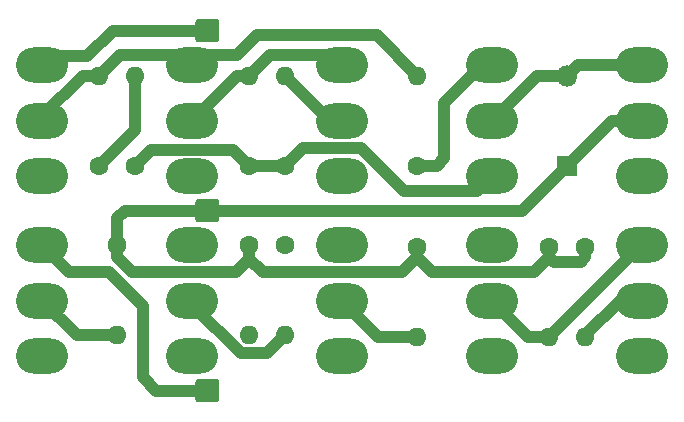
<source format=gbr>
%TF.GenerationSoftware,KiCad,Pcbnew,(5.1.7-0-10_14)*%
%TF.CreationDate,2021-01-17T02:16:49+01:00*%
%TF.ProjectId,CP-PP-miniEVsimulator,43502d50-502d-46d6-996e-69455673696d,rev?*%
%TF.SameCoordinates,Original*%
%TF.FileFunction,Copper,L2,Bot*%
%TF.FilePolarity,Positive*%
%FSLAX46Y46*%
G04 Gerber Fmt 4.6, Leading zero omitted, Abs format (unit mm)*
G04 Created by KiCad (PCBNEW (5.1.7-0-10_14)) date 2021-01-17 02:16:49*
%MOMM*%
%LPD*%
G01*
G04 APERTURE LIST*
%TA.AperFunction,ComponentPad*%
%ADD10O,4.400000X3.000000*%
%TD*%
%TA.AperFunction,ComponentPad*%
%ADD11O,1.600000X1.600000*%
%TD*%
%TA.AperFunction,ComponentPad*%
%ADD12C,1.600000*%
%TD*%
%TA.AperFunction,ComponentPad*%
%ADD13R,1.800000X1.800000*%
%TD*%
%TA.AperFunction,ComponentPad*%
%ADD14O,1.800000X1.800000*%
%TD*%
%TA.AperFunction,Conductor*%
%ADD15C,1.000000*%
%TD*%
G04 APERTURE END LIST*
D10*
%TO.P,S10,2*%
%TO.N,Net-(R9-Pad2)*%
X152400000Y-142620000D03*
%TO.P,S10,1*%
%TO.N,Net-(R10-Pad2)*%
X152400000Y-147320000D03*
%TO.P,S10,3*%
%TO.N,Net-(S10-Pad3)*%
X152400000Y-152020000D03*
%TD*%
%TO.P,S9,2*%
%TO.N,Net-(R8-Pad2)*%
X139700000Y-142620000D03*
%TO.P,S9,1*%
%TO.N,Net-(R9-Pad2)*%
X139700000Y-147320000D03*
%TO.P,S9,3*%
%TO.N,Net-(S9-Pad3)*%
X139700000Y-152020000D03*
%TD*%
%TO.P,S8,2*%
%TO.N,Net-(R7-Pad2)*%
X127000000Y-142620000D03*
%TO.P,S8,1*%
%TO.N,Net-(R8-Pad2)*%
X127000000Y-147320000D03*
%TO.P,S8,3*%
%TO.N,Net-(S8-Pad3)*%
X127000000Y-152020000D03*
%TD*%
%TO.P,S7,2*%
%TO.N,Net-(R6-Pad2)*%
X114300000Y-142620000D03*
%TO.P,S7,1*%
%TO.N,Net-(R7-Pad2)*%
X114300000Y-147320000D03*
%TO.P,S7,3*%
%TO.N,Net-(S7-Pad3)*%
X114300000Y-152020000D03*
%TD*%
%TO.P,S6,2*%
%TO.N,/PP*%
X101600000Y-142620000D03*
%TO.P,S6,1*%
%TO.N,Net-(R6-Pad2)*%
X101600000Y-147320000D03*
%TO.P,S6,3*%
%TO.N,Net-(S6-Pad3)*%
X101600000Y-152020000D03*
%TD*%
D11*
%TO.P,R10,2*%
%TO.N,Net-(R10-Pad2)*%
X147574000Y-150368000D03*
D12*
%TO.P,R10,1*%
%TO.N,/PE*%
X147574000Y-142748000D03*
%TD*%
D11*
%TO.P,R9,2*%
%TO.N,Net-(R9-Pad2)*%
X144526000Y-150368000D03*
D12*
%TO.P,R9,1*%
%TO.N,/PE*%
X144526000Y-142748000D03*
%TD*%
D11*
%TO.P,R8,2*%
%TO.N,Net-(R8-Pad2)*%
X133350000Y-150368000D03*
D12*
%TO.P,R8,1*%
%TO.N,/PE*%
X133350000Y-142748000D03*
%TD*%
D11*
%TO.P,Ra7,2*%
%TO.N,Net-(R7-Pad1)*%
X119126000Y-150241000D03*
D12*
%TO.P,Ra7,1*%
%TO.N,/PE*%
X119126000Y-142621000D03*
%TD*%
D11*
%TO.P,R7,2*%
%TO.N,Net-(R7-Pad2)*%
X122174000Y-150241000D03*
D12*
%TO.P,R7,1*%
%TO.N,Net-(R7-Pad1)*%
X122174000Y-142621000D03*
%TD*%
D11*
%TO.P,R6,2*%
%TO.N,Net-(R6-Pad2)*%
X107950000Y-150241000D03*
D12*
%TO.P,R6,1*%
%TO.N,/PE*%
X107950000Y-142621000D03*
%TD*%
%TO.P,J3,1*%
%TO.N,/PP*%
%TA.AperFunction,ComponentPad*%
G36*
G01*
X116320000Y-155940000D02*
X114820000Y-155940000D01*
G75*
G02*
X114570000Y-155690000I0J250000D01*
G01*
X114570000Y-154190000D01*
G75*
G02*
X114820000Y-153940000I250000J0D01*
G01*
X116320000Y-153940000D01*
G75*
G02*
X116570000Y-154190000I0J-250000D01*
G01*
X116570000Y-155690000D01*
G75*
G02*
X116320000Y-155940000I-250000J0D01*
G01*
G37*
%TD.AperFunction*%
%TD*%
%TO.P,J1,1*%
%TO.N,/CP*%
%TA.AperFunction,ComponentPad*%
G36*
G01*
X116320000Y-125460000D02*
X114820000Y-125460000D01*
G75*
G02*
X114570000Y-125210000I0J250000D01*
G01*
X114570000Y-123710000D01*
G75*
G02*
X114820000Y-123460000I250000J0D01*
G01*
X116320000Y-123460000D01*
G75*
G02*
X116570000Y-123710000I0J-250000D01*
G01*
X116570000Y-125210000D01*
G75*
G02*
X116320000Y-125460000I-250000J0D01*
G01*
G37*
%TD.AperFunction*%
%TD*%
D13*
%TO.P,D5,1*%
%TO.N,/PE*%
X146050000Y-135890000D03*
D14*
%TO.P,D5,2*%
%TO.N,Net-(D5-Pad2)*%
X146050000Y-128270000D03*
%TD*%
D12*
%TO.P,R1,1*%
%TO.N,Net-(R1-Pad1)*%
X133350000Y-135890000D03*
D11*
%TO.P,R1,2*%
%TO.N,Net-(R1-Pad2)*%
X133350000Y-128270000D03*
%TD*%
D12*
%TO.P,R2,1*%
%TO.N,Net-(R2-Pad1)*%
X106426000Y-135890000D03*
D11*
%TO.P,R2,2*%
%TO.N,Net-(R1-Pad2)*%
X106426000Y-128270000D03*
%TD*%
D12*
%TO.P,Ra2,1*%
%TO.N,Net-(R3-Pad1)*%
X109410500Y-135890000D03*
D11*
%TO.P,Ra2,2*%
%TO.N,Net-(R2-Pad1)*%
X109410500Y-128270000D03*
%TD*%
D12*
%TO.P,R3,1*%
%TO.N,Net-(R3-Pad1)*%
X119126000Y-135890000D03*
D11*
%TO.P,R3,2*%
%TO.N,Net-(R3-Pad2)*%
X119126000Y-128270000D03*
%TD*%
D12*
%TO.P,R4,1*%
%TO.N,Net-(R3-Pad1)*%
X122174000Y-135890000D03*
D11*
%TO.P,R4,2*%
%TO.N,Net-(R4-Pad2)*%
X122174000Y-128270000D03*
%TD*%
%TO.P,J2,1*%
%TO.N,/PE*%
%TA.AperFunction,ComponentPad*%
G36*
G01*
X116320000Y-140700000D02*
X114820000Y-140700000D01*
G75*
G02*
X114570000Y-140450000I0J250000D01*
G01*
X114570000Y-138950000D01*
G75*
G02*
X114820000Y-138700000I250000J0D01*
G01*
X116320000Y-138700000D01*
G75*
G02*
X116570000Y-138950000I0J-250000D01*
G01*
X116570000Y-140450000D01*
G75*
G02*
X116320000Y-140700000I-250000J0D01*
G01*
G37*
%TD.AperFunction*%
%TD*%
D10*
%TO.P,S2,3*%
%TO.N,Net-(S2-Pad3)*%
X114300000Y-136780000D03*
%TO.P,S2,1*%
%TO.N,Net-(R3-Pad2)*%
X114300000Y-132080000D03*
%TO.P,S2,2*%
%TO.N,Net-(R1-Pad2)*%
X114300000Y-127380000D03*
%TD*%
%TO.P,S3,3*%
%TO.N,Net-(S3-Pad3)*%
X127000000Y-136780000D03*
%TO.P,S3,1*%
%TO.N,Net-(R4-Pad2)*%
X127000000Y-132080000D03*
%TO.P,S3,2*%
%TO.N,Net-(R3-Pad2)*%
X127000000Y-127380000D03*
%TD*%
%TO.P,S4,3*%
%TO.N,Net-(R3-Pad1)*%
X139700000Y-136780000D03*
%TO.P,S4,1*%
%TO.N,Net-(D5-Pad2)*%
X139700000Y-132080000D03*
%TO.P,S4,2*%
%TO.N,Net-(R1-Pad1)*%
X139700000Y-127380000D03*
%TD*%
%TO.P,S5,3*%
%TO.N,Net-(S5-Pad3)*%
X152400000Y-136780000D03*
%TO.P,S5,1*%
%TO.N,/PE*%
X152400000Y-132080000D03*
%TO.P,S5,2*%
%TO.N,Net-(D5-Pad2)*%
X152400000Y-127380000D03*
%TD*%
%TO.P,S1,3*%
%TO.N,Net-(S1-Pad3)*%
X101600000Y-136780000D03*
%TO.P,S1,1*%
%TO.N,Net-(R1-Pad2)*%
X101600000Y-132080000D03*
%TO.P,S1,2*%
%TO.N,/CP*%
X101600000Y-127380000D03*
%TD*%
D15*
%TO.N,/PE*%
X149860000Y-132080000D02*
X152400000Y-132080000D01*
X146050000Y-135890000D02*
X149860000Y-132080000D01*
X133350000Y-142621000D02*
X133350000Y-143637000D01*
X134620000Y-144907000D02*
X133350000Y-143637000D01*
X143256000Y-144907000D02*
X134620000Y-144907000D01*
X144526000Y-143637000D02*
X143256000Y-144907000D01*
X144526000Y-142621000D02*
X144526000Y-143637000D01*
X147193000Y-144018000D02*
X147574000Y-143637000D01*
X144907000Y-144018000D02*
X147193000Y-144018000D01*
X147574000Y-143637000D02*
X147574000Y-142621000D01*
X144526000Y-143637000D02*
X144907000Y-144018000D01*
X142240000Y-139700000D02*
X146050000Y-135890000D01*
X108585000Y-139700000D02*
X142240000Y-139700000D01*
X107950000Y-140335000D02*
X108585000Y-139700000D01*
X107950000Y-142621000D02*
X107950000Y-140335000D01*
X109183010Y-144870010D02*
X118019990Y-144870010D01*
X119126000Y-143764000D02*
X119126000Y-142621000D01*
X118019990Y-144870010D02*
X119126000Y-143764000D01*
X107950000Y-143637000D02*
X109183010Y-144870010D01*
X107950000Y-142621000D02*
X107950000Y-143637000D01*
X120269000Y-144907000D02*
X119126000Y-143764000D01*
X132080000Y-144907000D02*
X120269000Y-144907000D01*
X133350000Y-143637000D02*
X132080000Y-144907000D01*
%TO.N,/CP*%
X107569000Y-124460000D02*
X115570000Y-124460000D01*
X105410000Y-126619000D02*
X107569000Y-124460000D01*
X102108000Y-126619000D02*
X105410000Y-126619000D01*
X101600000Y-127127000D02*
X102108000Y-126619000D01*
X101600000Y-127380000D02*
X101600000Y-127127000D01*
%TO.N,/PP*%
X107237002Y-144907000D02*
X103887000Y-144907000D01*
X110109000Y-153797000D02*
X110109000Y-147778998D01*
X103887000Y-144907000D02*
X101600000Y-142620000D01*
X110109000Y-147778998D02*
X107237002Y-144907000D01*
X111252000Y-154940000D02*
X110109000Y-153797000D01*
X115570000Y-154940000D02*
X111252000Y-154940000D01*
%TO.N,Net-(D5-Pad2)*%
X143510000Y-128270000D02*
X146050000Y-128270000D01*
X146050000Y-128270000D02*
X146050000Y-128268000D01*
X146050000Y-128268000D02*
X146938000Y-127380000D01*
X146938000Y-127380000D02*
X152400000Y-127380000D01*
X143510000Y-128270000D02*
X139700000Y-132080000D01*
%TO.N,Net-(R1-Pad1)*%
X135636000Y-135255000D02*
X135001000Y-135890000D01*
X135636000Y-130556000D02*
X135636000Y-135255000D01*
X135001000Y-135890000D02*
X133350000Y-135890000D01*
X138812000Y-127380000D02*
X135636000Y-130556000D01*
X139700000Y-127380000D02*
X138812000Y-127380000D01*
%TO.N,Net-(R1-Pad2)*%
X101600000Y-132080000D02*
X101600000Y-131699000D01*
X101600000Y-131699000D02*
X105029000Y-128270000D01*
X105029000Y-128270000D02*
X106426000Y-128270000D01*
X119761000Y-124841000D02*
X129921000Y-124841000D01*
X118110000Y-126492000D02*
X119761000Y-124841000D01*
X129921000Y-124841000D02*
X133350000Y-128270000D01*
X115188000Y-126492000D02*
X118110000Y-126492000D01*
X114300000Y-127380000D02*
X115188000Y-126492000D01*
X113412000Y-126492000D02*
X108204000Y-126492000D01*
X108204000Y-126492000D02*
X106426000Y-128270000D01*
X114300000Y-127380000D02*
X113412000Y-126492000D01*
%TO.N,Net-(R2-Pad1)*%
X109410500Y-132905500D02*
X109410500Y-128270000D01*
X106426000Y-135890000D02*
X109410500Y-132905500D01*
%TO.N,Net-(R3-Pad1)*%
X119126000Y-135890000D02*
X122174000Y-135890000D01*
X123634500Y-134429500D02*
X122174000Y-135890000D01*
X128587500Y-134429500D02*
X123634500Y-134429500D01*
X132207000Y-138049000D02*
X128587500Y-134429500D01*
X138431000Y-138049000D02*
X132207000Y-138049000D01*
X139700000Y-136780000D02*
X138431000Y-138049000D01*
X110770510Y-134529990D02*
X109410500Y-135890000D01*
X117765990Y-134529990D02*
X110770510Y-134529990D01*
X119126000Y-135890000D02*
X117765990Y-134529990D01*
%TO.N,Net-(R3-Pad2)*%
X120904000Y-126492000D02*
X119126000Y-128270000D01*
X126112000Y-126492000D02*
X120904000Y-126492000D01*
X127000000Y-127380000D02*
X126112000Y-126492000D01*
X118110000Y-128270000D02*
X119126000Y-128270000D01*
X114300000Y-132080000D02*
X118110000Y-128270000D01*
%TO.N,Net-(R4-Pad2)*%
X125984000Y-132080000D02*
X122174000Y-128270000D01*
X127000000Y-132080000D02*
X125984000Y-132080000D01*
%TO.N,Net-(R6-Pad2)*%
X104521000Y-150241000D02*
X101600000Y-147320000D01*
X107950000Y-150241000D02*
X104521000Y-150241000D01*
%TO.N,Net-(R7-Pad2)*%
X120623999Y-151791001D02*
X122174000Y-150241000D01*
X114300000Y-147709002D02*
X118381999Y-151791001D01*
X118381999Y-151791001D02*
X120623999Y-151791001D01*
X114300000Y-147320000D02*
X114300000Y-147709002D01*
%TO.N,Net-(R8-Pad2)*%
X130048000Y-150368000D02*
X127000000Y-147320000D01*
X133350000Y-150368000D02*
X130048000Y-150368000D01*
%TO.N,Net-(R9-Pad2)*%
X142748000Y-150368000D02*
X139700000Y-147320000D01*
X144526000Y-150368000D02*
X142748000Y-150368000D01*
X152274000Y-142620000D02*
X152400000Y-142620000D01*
X144526000Y-150368000D02*
X152274000Y-142620000D01*
%TO.N,Net-(R10-Pad2)*%
X150495000Y-147320000D02*
X147574000Y-150241000D01*
X152400000Y-147320000D02*
X150495000Y-147320000D01*
%TD*%
M02*

</source>
